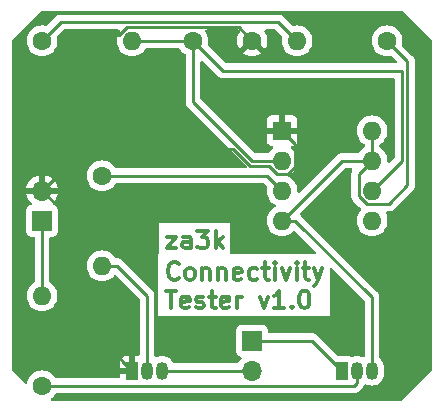
<source format=gbr>
%TF.GenerationSoftware,KiCad,Pcbnew,7.0.9*%
%TF.CreationDate,2023-11-22T20:54:51-05:00*%
%TF.ProjectId,connectivity_tester,636f6e6e-6563-4746-9976-6974795f7465,rev?*%
%TF.SameCoordinates,Original*%
%TF.FileFunction,Copper,L1,Top*%
%TF.FilePolarity,Positive*%
%FSLAX46Y46*%
G04 Gerber Fmt 4.6, Leading zero omitted, Abs format (unit mm)*
G04 Created by KiCad (PCBNEW 7.0.9) date 2023-11-22 20:54:51*
%MOMM*%
%LPD*%
G01*
G04 APERTURE LIST*
%ADD10C,0.300000*%
%TA.AperFunction,NonConductor*%
%ADD11C,0.300000*%
%TD*%
%TA.AperFunction,ComponentPad*%
%ADD12O,1.600000X1.600000*%
%TD*%
%TA.AperFunction,ComponentPad*%
%ADD13R,1.600000X1.600000*%
%TD*%
%TA.AperFunction,ComponentPad*%
%ADD14R,1.700000X1.700000*%
%TD*%
%TA.AperFunction,ComponentPad*%
%ADD15O,1.700000X1.700000*%
%TD*%
%TA.AperFunction,ComponentPad*%
%ADD16C,1.600000*%
%TD*%
%TA.AperFunction,ComponentPad*%
%ADD17R,1.050000X1.500000*%
%TD*%
%TA.AperFunction,ComponentPad*%
%ADD18O,1.050000X1.500000*%
%TD*%
%TA.AperFunction,Conductor*%
%ADD19C,0.250000*%
%TD*%
G04 APERTURE END LIST*
D10*
D11*
X28351653Y-36900828D02*
X29137368Y-36900828D01*
X29137368Y-36900828D02*
X28351653Y-37900828D01*
X28351653Y-37900828D02*
X29137368Y-37900828D01*
X30351654Y-37900828D02*
X30351654Y-37115114D01*
X30351654Y-37115114D02*
X30280225Y-36972257D01*
X30280225Y-36972257D02*
X30137368Y-36900828D01*
X30137368Y-36900828D02*
X29851654Y-36900828D01*
X29851654Y-36900828D02*
X29708796Y-36972257D01*
X30351654Y-37829400D02*
X30208796Y-37900828D01*
X30208796Y-37900828D02*
X29851654Y-37900828D01*
X29851654Y-37900828D02*
X29708796Y-37829400D01*
X29708796Y-37829400D02*
X29637368Y-37686542D01*
X29637368Y-37686542D02*
X29637368Y-37543685D01*
X29637368Y-37543685D02*
X29708796Y-37400828D01*
X29708796Y-37400828D02*
X29851654Y-37329400D01*
X29851654Y-37329400D02*
X30208796Y-37329400D01*
X30208796Y-37329400D02*
X30351654Y-37257971D01*
X30923082Y-36400828D02*
X31851654Y-36400828D01*
X31851654Y-36400828D02*
X31351654Y-36972257D01*
X31351654Y-36972257D02*
X31565939Y-36972257D01*
X31565939Y-36972257D02*
X31708797Y-37043685D01*
X31708797Y-37043685D02*
X31780225Y-37115114D01*
X31780225Y-37115114D02*
X31851654Y-37257971D01*
X31851654Y-37257971D02*
X31851654Y-37615114D01*
X31851654Y-37615114D02*
X31780225Y-37757971D01*
X31780225Y-37757971D02*
X31708797Y-37829400D01*
X31708797Y-37829400D02*
X31565939Y-37900828D01*
X31565939Y-37900828D02*
X31137368Y-37900828D01*
X31137368Y-37900828D02*
X30994511Y-37829400D01*
X30994511Y-37829400D02*
X30923082Y-37757971D01*
X32494510Y-37900828D02*
X32494510Y-36400828D01*
X32637368Y-37329400D02*
X33065939Y-37900828D01*
X33065939Y-36900828D02*
X32494510Y-37472257D01*
D10*
D11*
X29351653Y-40422971D02*
X29280225Y-40494400D01*
X29280225Y-40494400D02*
X29065939Y-40565828D01*
X29065939Y-40565828D02*
X28923082Y-40565828D01*
X28923082Y-40565828D02*
X28708796Y-40494400D01*
X28708796Y-40494400D02*
X28565939Y-40351542D01*
X28565939Y-40351542D02*
X28494510Y-40208685D01*
X28494510Y-40208685D02*
X28423082Y-39922971D01*
X28423082Y-39922971D02*
X28423082Y-39708685D01*
X28423082Y-39708685D02*
X28494510Y-39422971D01*
X28494510Y-39422971D02*
X28565939Y-39280114D01*
X28565939Y-39280114D02*
X28708796Y-39137257D01*
X28708796Y-39137257D02*
X28923082Y-39065828D01*
X28923082Y-39065828D02*
X29065939Y-39065828D01*
X29065939Y-39065828D02*
X29280225Y-39137257D01*
X29280225Y-39137257D02*
X29351653Y-39208685D01*
X30208796Y-40565828D02*
X30065939Y-40494400D01*
X30065939Y-40494400D02*
X29994510Y-40422971D01*
X29994510Y-40422971D02*
X29923082Y-40280114D01*
X29923082Y-40280114D02*
X29923082Y-39851542D01*
X29923082Y-39851542D02*
X29994510Y-39708685D01*
X29994510Y-39708685D02*
X30065939Y-39637257D01*
X30065939Y-39637257D02*
X30208796Y-39565828D01*
X30208796Y-39565828D02*
X30423082Y-39565828D01*
X30423082Y-39565828D02*
X30565939Y-39637257D01*
X30565939Y-39637257D02*
X30637368Y-39708685D01*
X30637368Y-39708685D02*
X30708796Y-39851542D01*
X30708796Y-39851542D02*
X30708796Y-40280114D01*
X30708796Y-40280114D02*
X30637368Y-40422971D01*
X30637368Y-40422971D02*
X30565939Y-40494400D01*
X30565939Y-40494400D02*
X30423082Y-40565828D01*
X30423082Y-40565828D02*
X30208796Y-40565828D01*
X31351653Y-39565828D02*
X31351653Y-40565828D01*
X31351653Y-39708685D02*
X31423082Y-39637257D01*
X31423082Y-39637257D02*
X31565939Y-39565828D01*
X31565939Y-39565828D02*
X31780225Y-39565828D01*
X31780225Y-39565828D02*
X31923082Y-39637257D01*
X31923082Y-39637257D02*
X31994511Y-39780114D01*
X31994511Y-39780114D02*
X31994511Y-40565828D01*
X32708796Y-39565828D02*
X32708796Y-40565828D01*
X32708796Y-39708685D02*
X32780225Y-39637257D01*
X32780225Y-39637257D02*
X32923082Y-39565828D01*
X32923082Y-39565828D02*
X33137368Y-39565828D01*
X33137368Y-39565828D02*
X33280225Y-39637257D01*
X33280225Y-39637257D02*
X33351654Y-39780114D01*
X33351654Y-39780114D02*
X33351654Y-40565828D01*
X34637368Y-40494400D02*
X34494511Y-40565828D01*
X34494511Y-40565828D02*
X34208797Y-40565828D01*
X34208797Y-40565828D02*
X34065939Y-40494400D01*
X34065939Y-40494400D02*
X33994511Y-40351542D01*
X33994511Y-40351542D02*
X33994511Y-39780114D01*
X33994511Y-39780114D02*
X34065939Y-39637257D01*
X34065939Y-39637257D02*
X34208797Y-39565828D01*
X34208797Y-39565828D02*
X34494511Y-39565828D01*
X34494511Y-39565828D02*
X34637368Y-39637257D01*
X34637368Y-39637257D02*
X34708797Y-39780114D01*
X34708797Y-39780114D02*
X34708797Y-39922971D01*
X34708797Y-39922971D02*
X33994511Y-40065828D01*
X35994511Y-40494400D02*
X35851653Y-40565828D01*
X35851653Y-40565828D02*
X35565939Y-40565828D01*
X35565939Y-40565828D02*
X35423082Y-40494400D01*
X35423082Y-40494400D02*
X35351653Y-40422971D01*
X35351653Y-40422971D02*
X35280225Y-40280114D01*
X35280225Y-40280114D02*
X35280225Y-39851542D01*
X35280225Y-39851542D02*
X35351653Y-39708685D01*
X35351653Y-39708685D02*
X35423082Y-39637257D01*
X35423082Y-39637257D02*
X35565939Y-39565828D01*
X35565939Y-39565828D02*
X35851653Y-39565828D01*
X35851653Y-39565828D02*
X35994511Y-39637257D01*
X36423082Y-39565828D02*
X36994510Y-39565828D01*
X36637367Y-39065828D02*
X36637367Y-40351542D01*
X36637367Y-40351542D02*
X36708796Y-40494400D01*
X36708796Y-40494400D02*
X36851653Y-40565828D01*
X36851653Y-40565828D02*
X36994510Y-40565828D01*
X37494510Y-40565828D02*
X37494510Y-39565828D01*
X37494510Y-39065828D02*
X37423082Y-39137257D01*
X37423082Y-39137257D02*
X37494510Y-39208685D01*
X37494510Y-39208685D02*
X37565939Y-39137257D01*
X37565939Y-39137257D02*
X37494510Y-39065828D01*
X37494510Y-39065828D02*
X37494510Y-39208685D01*
X38065939Y-39565828D02*
X38423082Y-40565828D01*
X38423082Y-40565828D02*
X38780225Y-39565828D01*
X39351653Y-40565828D02*
X39351653Y-39565828D01*
X39351653Y-39065828D02*
X39280225Y-39137257D01*
X39280225Y-39137257D02*
X39351653Y-39208685D01*
X39351653Y-39208685D02*
X39423082Y-39137257D01*
X39423082Y-39137257D02*
X39351653Y-39065828D01*
X39351653Y-39065828D02*
X39351653Y-39208685D01*
X39851654Y-39565828D02*
X40423082Y-39565828D01*
X40065939Y-39065828D02*
X40065939Y-40351542D01*
X40065939Y-40351542D02*
X40137368Y-40494400D01*
X40137368Y-40494400D02*
X40280225Y-40565828D01*
X40280225Y-40565828D02*
X40423082Y-40565828D01*
X40780225Y-39565828D02*
X41137368Y-40565828D01*
X41494511Y-39565828D02*
X41137368Y-40565828D01*
X41137368Y-40565828D02*
X40994511Y-40922971D01*
X40994511Y-40922971D02*
X40923082Y-40994400D01*
X40923082Y-40994400D02*
X40780225Y-41065828D01*
X28280225Y-41480828D02*
X29137368Y-41480828D01*
X28708796Y-42980828D02*
X28708796Y-41480828D01*
X30208796Y-42909400D02*
X30065939Y-42980828D01*
X30065939Y-42980828D02*
X29780225Y-42980828D01*
X29780225Y-42980828D02*
X29637367Y-42909400D01*
X29637367Y-42909400D02*
X29565939Y-42766542D01*
X29565939Y-42766542D02*
X29565939Y-42195114D01*
X29565939Y-42195114D02*
X29637367Y-42052257D01*
X29637367Y-42052257D02*
X29780225Y-41980828D01*
X29780225Y-41980828D02*
X30065939Y-41980828D01*
X30065939Y-41980828D02*
X30208796Y-42052257D01*
X30208796Y-42052257D02*
X30280225Y-42195114D01*
X30280225Y-42195114D02*
X30280225Y-42337971D01*
X30280225Y-42337971D02*
X29565939Y-42480828D01*
X30851653Y-42909400D02*
X30994510Y-42980828D01*
X30994510Y-42980828D02*
X31280224Y-42980828D01*
X31280224Y-42980828D02*
X31423081Y-42909400D01*
X31423081Y-42909400D02*
X31494510Y-42766542D01*
X31494510Y-42766542D02*
X31494510Y-42695114D01*
X31494510Y-42695114D02*
X31423081Y-42552257D01*
X31423081Y-42552257D02*
X31280224Y-42480828D01*
X31280224Y-42480828D02*
X31065939Y-42480828D01*
X31065939Y-42480828D02*
X30923081Y-42409400D01*
X30923081Y-42409400D02*
X30851653Y-42266542D01*
X30851653Y-42266542D02*
X30851653Y-42195114D01*
X30851653Y-42195114D02*
X30923081Y-42052257D01*
X30923081Y-42052257D02*
X31065939Y-41980828D01*
X31065939Y-41980828D02*
X31280224Y-41980828D01*
X31280224Y-41980828D02*
X31423081Y-42052257D01*
X31923082Y-41980828D02*
X32494510Y-41980828D01*
X32137367Y-41480828D02*
X32137367Y-42766542D01*
X32137367Y-42766542D02*
X32208796Y-42909400D01*
X32208796Y-42909400D02*
X32351653Y-42980828D01*
X32351653Y-42980828D02*
X32494510Y-42980828D01*
X33565939Y-42909400D02*
X33423082Y-42980828D01*
X33423082Y-42980828D02*
X33137368Y-42980828D01*
X33137368Y-42980828D02*
X32994510Y-42909400D01*
X32994510Y-42909400D02*
X32923082Y-42766542D01*
X32923082Y-42766542D02*
X32923082Y-42195114D01*
X32923082Y-42195114D02*
X32994510Y-42052257D01*
X32994510Y-42052257D02*
X33137368Y-41980828D01*
X33137368Y-41980828D02*
X33423082Y-41980828D01*
X33423082Y-41980828D02*
X33565939Y-42052257D01*
X33565939Y-42052257D02*
X33637368Y-42195114D01*
X33637368Y-42195114D02*
X33637368Y-42337971D01*
X33637368Y-42337971D02*
X32923082Y-42480828D01*
X34280224Y-42980828D02*
X34280224Y-41980828D01*
X34280224Y-42266542D02*
X34351653Y-42123685D01*
X34351653Y-42123685D02*
X34423082Y-42052257D01*
X34423082Y-42052257D02*
X34565939Y-41980828D01*
X34565939Y-41980828D02*
X34708796Y-41980828D01*
X36208795Y-41980828D02*
X36565938Y-42980828D01*
X36565938Y-42980828D02*
X36923081Y-41980828D01*
X38280224Y-42980828D02*
X37423081Y-42980828D01*
X37851652Y-42980828D02*
X37851652Y-41480828D01*
X37851652Y-41480828D02*
X37708795Y-41695114D01*
X37708795Y-41695114D02*
X37565938Y-41837971D01*
X37565938Y-41837971D02*
X37423081Y-41909400D01*
X38923080Y-42837971D02*
X38994509Y-42909400D01*
X38994509Y-42909400D02*
X38923080Y-42980828D01*
X38923080Y-42980828D02*
X38851652Y-42909400D01*
X38851652Y-42909400D02*
X38923080Y-42837971D01*
X38923080Y-42837971D02*
X38923080Y-42980828D01*
X39923081Y-41480828D02*
X40065938Y-41480828D01*
X40065938Y-41480828D02*
X40208795Y-41552257D01*
X40208795Y-41552257D02*
X40280224Y-41623685D01*
X40280224Y-41623685D02*
X40351652Y-41766542D01*
X40351652Y-41766542D02*
X40423081Y-42052257D01*
X40423081Y-42052257D02*
X40423081Y-42409400D01*
X40423081Y-42409400D02*
X40351652Y-42695114D01*
X40351652Y-42695114D02*
X40280224Y-42837971D01*
X40280224Y-42837971D02*
X40208795Y-42909400D01*
X40208795Y-42909400D02*
X40065938Y-42980828D01*
X40065938Y-42980828D02*
X39923081Y-42980828D01*
X39923081Y-42980828D02*
X39780224Y-42909400D01*
X39780224Y-42909400D02*
X39708795Y-42837971D01*
X39708795Y-42837971D02*
X39637366Y-42695114D01*
X39637366Y-42695114D02*
X39565938Y-42409400D01*
X39565938Y-42409400D02*
X39565938Y-42052257D01*
X39565938Y-42052257D02*
X39637366Y-41766542D01*
X39637366Y-41766542D02*
X39708795Y-41623685D01*
X39708795Y-41623685D02*
X39780224Y-41552257D01*
X39780224Y-41552257D02*
X39923081Y-41480828D01*
D12*
%TO.P,555,8,Vcc*%
%TO.N,Net-(Q1-C)*%
X45720000Y-27940000D03*
%TO.P,555,7,DISCH*%
X45720000Y-30480000D03*
%TO.P,555,6,THRES*%
%TO.N,Net-(U1-THRES)*%
X45720000Y-33020000D03*
%TO.P,555,5,CONT*%
%TO.N,unconnected-(U1-CONT-Pad5)*%
X45720000Y-35560000D03*
%TO.P,555,4,RESET*%
%TO.N,Net-(Q1-C)*%
X38100000Y-35560000D03*
%TO.P,555,3,OUT*%
%TO.N,Net-(U1-OUT)*%
X38100000Y-33020000D03*
%TO.P,555,2,TRIG*%
%TO.N,Net-(U1-THRES)*%
X38100000Y-30480000D03*
D13*
%TO.P,555,1,GND*%
%TO.N,GND*%
X38100000Y-27940000D03*
%TD*%
D14*
%TO.P,SPEAK,1,1*%
%TO.N,+9V*%
X35560000Y-45720000D03*
D15*
%TO.P,SPEAK,2,2*%
%TO.N,Net-(Q2-C)*%
X35560000Y-48260000D03*
%TD*%
D12*
%TO.P,R4,2*%
%TO.N,Net-(U1-THRES)*%
X25400000Y-20320000D03*
D16*
%TO.P,R4,1*%
%TO.N,Net-(R3-Pad2)*%
X17780000Y-20320000D03*
%TD*%
D12*
%TO.P,R3,2*%
%TO.N,Net-(R3-Pad2)*%
X39370000Y-20320000D03*
D16*
%TO.P,R3,1*%
%TO.N,Net-(Q1-C)*%
X46990000Y-20320000D03*
%TD*%
D12*
%TO.P,R2,2*%
%TO.N,Net-(Q2-B)*%
X22860000Y-39370000D03*
D16*
%TO.P,R2,1*%
%TO.N,Net-(U1-OUT)*%
X22860000Y-31750000D03*
%TD*%
%TO.P,R1,1*%
%TO.N,Net-(Q1-B)*%
X17780000Y-49530000D03*
D12*
%TO.P,R1,2*%
%TO.N,Net-(J1-Pin_1)*%
X17780000Y-41910000D03*
%TD*%
D17*
%TO.P,Q2,1,E*%
%TO.N,GND*%
X25400000Y-48260000D03*
D18*
%TO.P,Q2,2,B*%
%TO.N,Net-(Q2-B)*%
X26670000Y-48260000D03*
%TO.P,Q2,3,C*%
%TO.N,Net-(Q2-C)*%
X27940000Y-48260000D03*
%TD*%
D17*
%TO.P,Q1,1,E*%
%TO.N,+9V*%
X43180000Y-48260000D03*
D18*
%TO.P,Q1,2,B*%
%TO.N,Net-(Q1-B)*%
X44450000Y-48260000D03*
%TO.P,Q1,3,C*%
%TO.N,Net-(Q1-C)*%
X45720000Y-48260000D03*
%TD*%
D14*
%TO.P,PROBE,1,Pin_1*%
%TO.N,Net-(J1-Pin_1)*%
X17780000Y-35560000D03*
D15*
%TO.P,PROBE,2,Pin_2*%
%TO.N,GND*%
X17780000Y-33020000D03*
%TD*%
D16*
%TO.P,C1,2*%
%TO.N,GND*%
X35560000Y-20320000D03*
%TO.P,C1,1*%
%TO.N,Net-(U1-THRES)*%
X30560000Y-20320000D03*
%TD*%
D19*
%TO.N,Net-(R3-Pad2)*%
X39370000Y-20320000D02*
X37795000Y-18745000D01*
X37795000Y-18745000D02*
X19355000Y-18745000D01*
X19355000Y-18745000D02*
X17780000Y-20320000D01*
%TO.N,Net-(Q1-C)*%
X45720000Y-30480000D02*
X44595000Y-31605000D01*
X44595000Y-31605000D02*
X44595000Y-33485991D01*
X45254009Y-34145000D02*
X47135000Y-34145000D01*
X44595000Y-33485991D02*
X45254009Y-34145000D01*
X47135000Y-34145000D02*
X48710000Y-32570000D01*
X48710000Y-32570000D02*
X48710000Y-22040000D01*
X48710000Y-22040000D02*
X46990000Y-20320000D01*
X45720000Y-27940000D02*
X45720000Y-30480000D01*
X38100000Y-35560000D02*
X39231370Y-35560000D01*
X39231370Y-35560000D02*
X45720000Y-42048630D01*
X45720000Y-42048630D02*
X45720000Y-48260000D01*
%TO.N,GND*%
X17780000Y-33020000D02*
X20320000Y-30480000D01*
X34435000Y-19195000D02*
X35560000Y-20320000D01*
X20320000Y-30480000D02*
X20320000Y-22385495D01*
X22851486Y-19854009D02*
X24275000Y-19854009D01*
X20320000Y-22385495D02*
X22851486Y-19854009D01*
X24275000Y-19854009D02*
X24934009Y-19195000D01*
X24934009Y-19195000D02*
X34435000Y-19195000D01*
X17780000Y-33020000D02*
X19195000Y-34435000D01*
X19195000Y-34435000D02*
X19195000Y-42055000D01*
X19195000Y-42055000D02*
X25400000Y-48260000D01*
X17780000Y-33020000D02*
X21271802Y-29528198D01*
X21271802Y-29528198D02*
X33971802Y-29528198D01*
X33971802Y-29528198D02*
X35373604Y-30930000D01*
X37634009Y-31605000D02*
X38565991Y-31605000D01*
X39225000Y-29065000D02*
X38100000Y-27940000D01*
X35373604Y-30930000D02*
X36959009Y-30930000D01*
X36959009Y-30930000D02*
X37634009Y-31605000D01*
X38565991Y-31605000D02*
X39225000Y-30945991D01*
X39225000Y-30945991D02*
X39225000Y-29065000D01*
%TO.N,Net-(Q1-C)*%
X45720000Y-30480000D02*
X43180000Y-30480000D01*
X43180000Y-30480000D02*
X38100000Y-35560000D01*
%TO.N,Net-(U1-THRES)*%
X33100000Y-22860000D02*
X48260000Y-22860000D01*
X48260000Y-22860000D02*
X48260000Y-30480000D01*
X30560000Y-20320000D02*
X33100000Y-22860000D01*
X48260000Y-30480000D02*
X45720000Y-33020000D01*
X30560000Y-25480000D02*
X35560000Y-30480000D01*
X30560000Y-20320000D02*
X30560000Y-25480000D01*
X35560000Y-30480000D02*
X38100000Y-30480000D01*
%TO.N,Net-(Q1-B)*%
X17780000Y-49530000D02*
X44180000Y-49530000D01*
X44180000Y-49530000D02*
X44450000Y-49260000D01*
X44450000Y-49260000D02*
X44450000Y-48260000D01*
%TO.N,Net-(Q2-C)*%
X27940000Y-48260000D02*
X35560000Y-48260000D01*
%TO.N,+9V*%
X35560000Y-45720000D02*
X40640000Y-45720000D01*
X40640000Y-45720000D02*
X43180000Y-48260000D01*
%TO.N,Net-(U1-OUT)*%
X22860000Y-31750000D02*
X36830000Y-31750000D01*
X36830000Y-31750000D02*
X38100000Y-33020000D01*
%TO.N,Net-(Q2-B)*%
X22860000Y-39370000D02*
X24130000Y-39370000D01*
X24130000Y-39370000D02*
X26670000Y-41910000D01*
X26670000Y-41910000D02*
X26670000Y-48260000D01*
%TO.N,Net-(J1-Pin_1)*%
X17780000Y-35560000D02*
X17780000Y-41910000D01*
%TO.N,Net-(U1-THRES)*%
X25400000Y-20320000D02*
X30560000Y-20320000D01*
%TD*%
%TA.AperFunction,Conductor*%
%TO.N,GND*%
G36*
X48275677Y-17799685D02*
G01*
X48296319Y-17816319D01*
X50763681Y-20283681D01*
X50797166Y-20345004D01*
X50800000Y-20371362D01*
X50800000Y-48208638D01*
X50780315Y-48275677D01*
X50763681Y-48296319D01*
X48296319Y-50763681D01*
X48234996Y-50797166D01*
X48208638Y-50800000D01*
X18626883Y-50800000D01*
X18559844Y-50780315D01*
X18514089Y-50727511D01*
X18504145Y-50658353D01*
X18533170Y-50594797D01*
X18555760Y-50574425D01*
X18619139Y-50530047D01*
X18780047Y-50369139D01*
X18892613Y-50208377D01*
X18947189Y-50164752D01*
X18994188Y-50155500D01*
X44097257Y-50155500D01*
X44112877Y-50157224D01*
X44112904Y-50156939D01*
X44120660Y-50157671D01*
X44120667Y-50157673D01*
X44189814Y-50155500D01*
X44219350Y-50155500D01*
X44226228Y-50154630D01*
X44232041Y-50154172D01*
X44278627Y-50152709D01*
X44297869Y-50147117D01*
X44316912Y-50143174D01*
X44336792Y-50140664D01*
X44380122Y-50123507D01*
X44385646Y-50121617D01*
X44389396Y-50120527D01*
X44430390Y-50108618D01*
X44447629Y-50098422D01*
X44465103Y-50089862D01*
X44483727Y-50082488D01*
X44483727Y-50082487D01*
X44483732Y-50082486D01*
X44521449Y-50055082D01*
X44526305Y-50051892D01*
X44566420Y-50028170D01*
X44580589Y-50013999D01*
X44595379Y-50001368D01*
X44611587Y-49989594D01*
X44641299Y-49953676D01*
X44645212Y-49949376D01*
X44833786Y-49760802D01*
X44846048Y-49750980D01*
X44845865Y-49750759D01*
X44851867Y-49745792D01*
X44851877Y-49745786D01*
X44899241Y-49695348D01*
X44920120Y-49674470D01*
X44924373Y-49668986D01*
X44928150Y-49664563D01*
X44960062Y-49630582D01*
X44969714Y-49613023D01*
X44980389Y-49596772D01*
X44992674Y-49580936D01*
X45011186Y-49538152D01*
X45013742Y-49532935D01*
X45036197Y-49492092D01*
X45041180Y-49472680D01*
X45047480Y-49454284D01*
X45052321Y-49443096D01*
X45097014Y-49389391D01*
X45163648Y-49368374D01*
X45224571Y-49382990D01*
X45325659Y-49437023D01*
X45518967Y-49495662D01*
X45720000Y-49515462D01*
X45921033Y-49495662D01*
X46114341Y-49437023D01*
X46116452Y-49435895D01*
X46207961Y-49386982D01*
X46292494Y-49341798D01*
X46448647Y-49213647D01*
X46576798Y-49057494D01*
X46672023Y-48879341D01*
X46730662Y-48686033D01*
X46745500Y-48535380D01*
X46745500Y-47984620D01*
X46730662Y-47833967D01*
X46672023Y-47640659D01*
X46672021Y-47640656D01*
X46672021Y-47640654D01*
X46576801Y-47462511D01*
X46576799Y-47462509D01*
X46576798Y-47462506D01*
X46516145Y-47388600D01*
X46448647Y-47306352D01*
X46390835Y-47258907D01*
X46351501Y-47201161D01*
X46345500Y-47163054D01*
X46345500Y-42131372D01*
X46347224Y-42115752D01*
X46346939Y-42115725D01*
X46347673Y-42107963D01*
X46345500Y-42038802D01*
X46345500Y-42009286D01*
X46345500Y-42009280D01*
X46344631Y-42002409D01*
X46344173Y-41996582D01*
X46343622Y-41979048D01*
X46342710Y-41950003D01*
X46337119Y-41930760D01*
X46333173Y-41911708D01*
X46330664Y-41891838D01*
X46313504Y-41848497D01*
X46311624Y-41843009D01*
X46298618Y-41798240D01*
X46288422Y-41781000D01*
X46279861Y-41763524D01*
X46272487Y-41744900D01*
X46272486Y-41744898D01*
X46245079Y-41707175D01*
X46241888Y-41702316D01*
X46218172Y-41662213D01*
X46218165Y-41662204D01*
X46204006Y-41648045D01*
X46191368Y-41633249D01*
X46185297Y-41624893D01*
X46179594Y-41617043D01*
X46166570Y-41606269D01*
X46143688Y-41587339D01*
X46139376Y-41583416D01*
X39732173Y-35176212D01*
X39722350Y-35163950D01*
X39722129Y-35164134D01*
X39717156Y-35158123D01*
X39666734Y-35110773D01*
X39656287Y-35100326D01*
X39645841Y-35089879D01*
X39643307Y-35087645D01*
X39606041Y-35028544D01*
X39606644Y-34958677D01*
X39637632Y-34906957D01*
X43402772Y-31141819D01*
X43464095Y-31108334D01*
X43490453Y-31105500D01*
X43940826Y-31105500D01*
X44007865Y-31125185D01*
X44053620Y-31177989D01*
X44063564Y-31247147D01*
X44054626Y-31278749D01*
X44033815Y-31326838D01*
X44031245Y-31332084D01*
X44008803Y-31372906D01*
X44003822Y-31392307D01*
X43997521Y-31410710D01*
X43989562Y-31429102D01*
X43989561Y-31429105D01*
X43982271Y-31475127D01*
X43981087Y-31480846D01*
X43969501Y-31525972D01*
X43969500Y-31525982D01*
X43969500Y-31546016D01*
X43967973Y-31565415D01*
X43964840Y-31585194D01*
X43964840Y-31585195D01*
X43969225Y-31631583D01*
X43969500Y-31637421D01*
X43969500Y-33403246D01*
X43967775Y-33418863D01*
X43968061Y-33418890D01*
X43967326Y-33426656D01*
X43969500Y-33495805D01*
X43969500Y-33525334D01*
X43969501Y-33525351D01*
X43970368Y-33532222D01*
X43970826Y-33538041D01*
X43972290Y-33584615D01*
X43972291Y-33584618D01*
X43977880Y-33603858D01*
X43981824Y-33622902D01*
X43984336Y-33642783D01*
X43996194Y-33672734D01*
X44001490Y-33686110D01*
X44003382Y-33691638D01*
X44016381Y-33736379D01*
X44026580Y-33753625D01*
X44035138Y-33771094D01*
X44042514Y-33789723D01*
X44069898Y-33827414D01*
X44073106Y-33832298D01*
X44096827Y-33872407D01*
X44096833Y-33872415D01*
X44110990Y-33886571D01*
X44123628Y-33901367D01*
X44135405Y-33917577D01*
X44135406Y-33917578D01*
X44171309Y-33947279D01*
X44175620Y-33951201D01*
X44626800Y-34402382D01*
X44744934Y-34520516D01*
X44778419Y-34581839D01*
X44773435Y-34651531D01*
X44744936Y-34695877D01*
X44719952Y-34720861D01*
X44589432Y-34907265D01*
X44589431Y-34907267D01*
X44493261Y-35113502D01*
X44493258Y-35113511D01*
X44434366Y-35333302D01*
X44434364Y-35333313D01*
X44414532Y-35559998D01*
X44414532Y-35560001D01*
X44434364Y-35786686D01*
X44434366Y-35786697D01*
X44493258Y-36006488D01*
X44493261Y-36006497D01*
X44589431Y-36212732D01*
X44589432Y-36212734D01*
X44719954Y-36399141D01*
X44880858Y-36560045D01*
X44880861Y-36560047D01*
X45067266Y-36690568D01*
X45273504Y-36786739D01*
X45493308Y-36845635D01*
X45655230Y-36859801D01*
X45719998Y-36865468D01*
X45720000Y-36865468D01*
X45720002Y-36865468D01*
X45776673Y-36860509D01*
X45946692Y-36845635D01*
X46166496Y-36786739D01*
X46372734Y-36690568D01*
X46559139Y-36560047D01*
X46720047Y-36399139D01*
X46850568Y-36212734D01*
X46946739Y-36006496D01*
X47005635Y-35786692D01*
X47025468Y-35560000D01*
X47005635Y-35333308D01*
X46946739Y-35113504D01*
X46869051Y-34946904D01*
X46858560Y-34877827D01*
X46887080Y-34814043D01*
X46945556Y-34775804D01*
X46981434Y-34770500D01*
X47052257Y-34770500D01*
X47067877Y-34772224D01*
X47067904Y-34771939D01*
X47075660Y-34772671D01*
X47075667Y-34772673D01*
X47144814Y-34770500D01*
X47174350Y-34770500D01*
X47181228Y-34769630D01*
X47187041Y-34769172D01*
X47233627Y-34767709D01*
X47252869Y-34762117D01*
X47271912Y-34758174D01*
X47291792Y-34755664D01*
X47335122Y-34738507D01*
X47340646Y-34736617D01*
X47344396Y-34735527D01*
X47385390Y-34723618D01*
X47402629Y-34713422D01*
X47420103Y-34704862D01*
X47438727Y-34697488D01*
X47438727Y-34697487D01*
X47438732Y-34697486D01*
X47476449Y-34670082D01*
X47481305Y-34666892D01*
X47521420Y-34643170D01*
X47535589Y-34628999D01*
X47550379Y-34616368D01*
X47566587Y-34604594D01*
X47596299Y-34568676D01*
X47600212Y-34564376D01*
X49093787Y-33070801D01*
X49106042Y-33060986D01*
X49105859Y-33060764D01*
X49111866Y-33055792D01*
X49111877Y-33055786D01*
X49145484Y-33019998D01*
X49159227Y-33005364D01*
X49169671Y-32994918D01*
X49180120Y-32984471D01*
X49184379Y-32978978D01*
X49188152Y-32974561D01*
X49220062Y-32940582D01*
X49229713Y-32923024D01*
X49240396Y-32906761D01*
X49252673Y-32890936D01*
X49271185Y-32848153D01*
X49273738Y-32842941D01*
X49296197Y-32802092D01*
X49301180Y-32782680D01*
X49307481Y-32764280D01*
X49315437Y-32745896D01*
X49322729Y-32699852D01*
X49323906Y-32694171D01*
X49335500Y-32649019D01*
X49335500Y-32628983D01*
X49337027Y-32609582D01*
X49339329Y-32595048D01*
X49340160Y-32589804D01*
X49335775Y-32543415D01*
X49335500Y-32537577D01*
X49335500Y-22122737D01*
X49337224Y-22107123D01*
X49336938Y-22107096D01*
X49337672Y-22099333D01*
X49335500Y-22030203D01*
X49335500Y-22000651D01*
X49335500Y-22000650D01*
X49334629Y-21993759D01*
X49334172Y-21987945D01*
X49332709Y-21941373D01*
X49327121Y-21922139D01*
X49323174Y-21903081D01*
X49320664Y-21883208D01*
X49303507Y-21839875D01*
X49301614Y-21834346D01*
X49288618Y-21789614D01*
X49288617Y-21789610D01*
X49278420Y-21772368D01*
X49269863Y-21754902D01*
X49262486Y-21736268D01*
X49235083Y-21698550D01*
X49231900Y-21693705D01*
X49208170Y-21653579D01*
X49208165Y-21653573D01*
X49194005Y-21639413D01*
X49181370Y-21624620D01*
X49169593Y-21608412D01*
X49133693Y-21578713D01*
X49129381Y-21574790D01*
X48289413Y-20734822D01*
X48255928Y-20673499D01*
X48257319Y-20615048D01*
X48275635Y-20546692D01*
X48295468Y-20320000D01*
X48294096Y-20304323D01*
X48275635Y-20093313D01*
X48275635Y-20093308D01*
X48216739Y-19873504D01*
X48120568Y-19667266D01*
X48022839Y-19527693D01*
X47990045Y-19480858D01*
X47829141Y-19319954D01*
X47642734Y-19189432D01*
X47642732Y-19189431D01*
X47436497Y-19093261D01*
X47436488Y-19093258D01*
X47216697Y-19034366D01*
X47216693Y-19034365D01*
X47216692Y-19034365D01*
X47216691Y-19034364D01*
X47216686Y-19034364D01*
X46990002Y-19014532D01*
X46989998Y-19014532D01*
X46763313Y-19034364D01*
X46763302Y-19034366D01*
X46543511Y-19093258D01*
X46543502Y-19093261D01*
X46337267Y-19189431D01*
X46337265Y-19189432D01*
X46150858Y-19319954D01*
X45989954Y-19480858D01*
X45859432Y-19667265D01*
X45859431Y-19667267D01*
X45763261Y-19873502D01*
X45763258Y-19873511D01*
X45704366Y-20093302D01*
X45704364Y-20093313D01*
X45684532Y-20319998D01*
X45684532Y-20320001D01*
X45704364Y-20546686D01*
X45704366Y-20546697D01*
X45763258Y-20766488D01*
X45763261Y-20766497D01*
X45859431Y-20972732D01*
X45859432Y-20972734D01*
X45989954Y-21159141D01*
X46150858Y-21320045D01*
X46150861Y-21320047D01*
X46337266Y-21450568D01*
X46543504Y-21546739D01*
X46763308Y-21605635D01*
X46920791Y-21619413D01*
X46989998Y-21625468D01*
X46990000Y-21625468D01*
X46990002Y-21625468D01*
X47046673Y-21620509D01*
X47216692Y-21605635D01*
X47285048Y-21587319D01*
X47354897Y-21588982D01*
X47404822Y-21619413D01*
X47808228Y-22022819D01*
X47841713Y-22084142D01*
X47836729Y-22153834D01*
X47794857Y-22209767D01*
X47729393Y-22234184D01*
X47720547Y-22234500D01*
X33410453Y-22234500D01*
X33343414Y-22214815D01*
X33322772Y-22198181D01*
X31859413Y-20734822D01*
X31825928Y-20673499D01*
X31827319Y-20615048D01*
X31845635Y-20546692D01*
X31865468Y-20320000D01*
X31864096Y-20304323D01*
X31845635Y-20093313D01*
X31845635Y-20093308D01*
X31786739Y-19873504D01*
X31690568Y-19667266D01*
X31619396Y-19565621D01*
X31597070Y-19499417D01*
X31614080Y-19431650D01*
X31665028Y-19383837D01*
X31720972Y-19370500D01*
X34399638Y-19370500D01*
X34466677Y-19390185D01*
X34512432Y-19442989D01*
X34522376Y-19512147D01*
X34501213Y-19565624D01*
X34429866Y-19667517D01*
X34333734Y-19873673D01*
X34333730Y-19873682D01*
X34274860Y-20093389D01*
X34274858Y-20093400D01*
X34255034Y-20319997D01*
X34255034Y-20320002D01*
X34274858Y-20546599D01*
X34274860Y-20546610D01*
X34333730Y-20766317D01*
X34333734Y-20766326D01*
X34429865Y-20972481D01*
X34429866Y-20972483D01*
X34480973Y-21045471D01*
X34480973Y-21045472D01*
X35162045Y-20364399D01*
X35174835Y-20445148D01*
X35232359Y-20558045D01*
X35321955Y-20647641D01*
X35434852Y-20705165D01*
X35515599Y-20717953D01*
X34834526Y-21399025D01*
X34834526Y-21399026D01*
X34907512Y-21450131D01*
X34907516Y-21450133D01*
X35113673Y-21546265D01*
X35113682Y-21546269D01*
X35333389Y-21605139D01*
X35333400Y-21605141D01*
X35559998Y-21624966D01*
X35560002Y-21624966D01*
X35786599Y-21605141D01*
X35786610Y-21605139D01*
X36006317Y-21546269D01*
X36006331Y-21546264D01*
X36212478Y-21450136D01*
X36285472Y-21399025D01*
X35604401Y-20717953D01*
X35685148Y-20705165D01*
X35798045Y-20647641D01*
X35887641Y-20558045D01*
X35945165Y-20445148D01*
X35957953Y-20364400D01*
X36639025Y-21045472D01*
X36690136Y-20972478D01*
X36786264Y-20766331D01*
X36786269Y-20766317D01*
X36845139Y-20546610D01*
X36845141Y-20546599D01*
X36864966Y-20320002D01*
X36864966Y-20319997D01*
X36845141Y-20093400D01*
X36845139Y-20093389D01*
X36786269Y-19873682D01*
X36786265Y-19873673D01*
X36690133Y-19667517D01*
X36618787Y-19565624D01*
X36596460Y-19499418D01*
X36613470Y-19431650D01*
X36664418Y-19383837D01*
X36720362Y-19370500D01*
X37484548Y-19370500D01*
X37551587Y-19390185D01*
X37572229Y-19406819D01*
X38070586Y-19905177D01*
X38104071Y-19966500D01*
X38102680Y-20024949D01*
X38084367Y-20093296D01*
X38084364Y-20093313D01*
X38064532Y-20319999D01*
X38064532Y-20320001D01*
X38084364Y-20546686D01*
X38084366Y-20546697D01*
X38143258Y-20766488D01*
X38143261Y-20766497D01*
X38239431Y-20972732D01*
X38239432Y-20972734D01*
X38369954Y-21159141D01*
X38530858Y-21320045D01*
X38530861Y-21320047D01*
X38717266Y-21450568D01*
X38923504Y-21546739D01*
X39143308Y-21605635D01*
X39300791Y-21619413D01*
X39369998Y-21625468D01*
X39370000Y-21625468D01*
X39370002Y-21625468D01*
X39426673Y-21620509D01*
X39596692Y-21605635D01*
X39816496Y-21546739D01*
X40022734Y-21450568D01*
X40209139Y-21320047D01*
X40370047Y-21159139D01*
X40500568Y-20972734D01*
X40596739Y-20766496D01*
X40655635Y-20546692D01*
X40675468Y-20320000D01*
X40674096Y-20304323D01*
X40655635Y-20093313D01*
X40655635Y-20093308D01*
X40596739Y-19873504D01*
X40500568Y-19667266D01*
X40402839Y-19527693D01*
X40370045Y-19480858D01*
X40209141Y-19319954D01*
X40022734Y-19189432D01*
X40022732Y-19189431D01*
X39816497Y-19093261D01*
X39816488Y-19093258D01*
X39596697Y-19034366D01*
X39596693Y-19034365D01*
X39596692Y-19034365D01*
X39596691Y-19034364D01*
X39596686Y-19034364D01*
X39370002Y-19014532D01*
X39369999Y-19014532D01*
X39143313Y-19034364D01*
X39143296Y-19034367D01*
X39074949Y-19052680D01*
X39005099Y-19051016D01*
X38955177Y-19020586D01*
X38295803Y-18361212D01*
X38285980Y-18348950D01*
X38285759Y-18349134D01*
X38280786Y-18343123D01*
X38262159Y-18325631D01*
X38230364Y-18295773D01*
X38219919Y-18285328D01*
X38209475Y-18274883D01*
X38203986Y-18270625D01*
X38199561Y-18266847D01*
X38165582Y-18234938D01*
X38165580Y-18234936D01*
X38165577Y-18234935D01*
X38148029Y-18225288D01*
X38131763Y-18214604D01*
X38115933Y-18202325D01*
X38073168Y-18183818D01*
X38067922Y-18181248D01*
X38027093Y-18158803D01*
X38027092Y-18158802D01*
X38007693Y-18153822D01*
X37989281Y-18147518D01*
X37970898Y-18139562D01*
X37970892Y-18139560D01*
X37924874Y-18132272D01*
X37919152Y-18131087D01*
X37874021Y-18119500D01*
X37874019Y-18119500D01*
X37853984Y-18119500D01*
X37834586Y-18117973D01*
X37827162Y-18116797D01*
X37814805Y-18114840D01*
X37814804Y-18114840D01*
X37768416Y-18119225D01*
X37762578Y-18119500D01*
X19437737Y-18119500D01*
X19422120Y-18117776D01*
X19422093Y-18118062D01*
X19414331Y-18117327D01*
X19345203Y-18119500D01*
X19315650Y-18119500D01*
X19314929Y-18119590D01*
X19308757Y-18120369D01*
X19302945Y-18120826D01*
X19256372Y-18122290D01*
X19256369Y-18122291D01*
X19237126Y-18127881D01*
X19218083Y-18131825D01*
X19198204Y-18134336D01*
X19198203Y-18134337D01*
X19154878Y-18151490D01*
X19149352Y-18153382D01*
X19104608Y-18166383D01*
X19104604Y-18166385D01*
X19087365Y-18176580D01*
X19069898Y-18185137D01*
X19051269Y-18192512D01*
X19051267Y-18192513D01*
X19013564Y-18219906D01*
X19008682Y-18223112D01*
X18968580Y-18246828D01*
X18954408Y-18261000D01*
X18939623Y-18273628D01*
X18923412Y-18285407D01*
X18893709Y-18321310D01*
X18889777Y-18325631D01*
X18194821Y-19020586D01*
X18133498Y-19054071D01*
X18075048Y-19052680D01*
X18006697Y-19034366D01*
X18006693Y-19034365D01*
X18006692Y-19034365D01*
X17893346Y-19024448D01*
X17780001Y-19014532D01*
X17779998Y-19014532D01*
X17553313Y-19034364D01*
X17553302Y-19034366D01*
X17333511Y-19093258D01*
X17333502Y-19093261D01*
X17127267Y-19189431D01*
X17127265Y-19189432D01*
X16940858Y-19319954D01*
X16779954Y-19480858D01*
X16649432Y-19667265D01*
X16649431Y-19667267D01*
X16553261Y-19873502D01*
X16553258Y-19873511D01*
X16494366Y-20093302D01*
X16494364Y-20093313D01*
X16474532Y-20319998D01*
X16474532Y-20320001D01*
X16494364Y-20546686D01*
X16494366Y-20546697D01*
X16553258Y-20766488D01*
X16553261Y-20766497D01*
X16649431Y-20972732D01*
X16649432Y-20972734D01*
X16779954Y-21159141D01*
X16940858Y-21320045D01*
X16940861Y-21320047D01*
X17127266Y-21450568D01*
X17333504Y-21546739D01*
X17553308Y-21605635D01*
X17710791Y-21619413D01*
X17779998Y-21625468D01*
X17780000Y-21625468D01*
X17780002Y-21625468D01*
X17836673Y-21620509D01*
X18006692Y-21605635D01*
X18226496Y-21546739D01*
X18432734Y-21450568D01*
X18619139Y-21320047D01*
X18780047Y-21159139D01*
X18910568Y-20972734D01*
X19006739Y-20766496D01*
X19065635Y-20546692D01*
X19085468Y-20320000D01*
X19084096Y-20304323D01*
X19065635Y-20093313D01*
X19065635Y-20093308D01*
X19047318Y-20024948D01*
X19048981Y-19955103D01*
X19079410Y-19905179D01*
X19577772Y-19406819D01*
X19639095Y-19373334D01*
X19665453Y-19370500D01*
X24239028Y-19370500D01*
X24306067Y-19390185D01*
X24351822Y-19442989D01*
X24361766Y-19512147D01*
X24340603Y-19565623D01*
X24269432Y-19667265D01*
X24269431Y-19667267D01*
X24173261Y-19873502D01*
X24173258Y-19873511D01*
X24114366Y-20093302D01*
X24114364Y-20093313D01*
X24094532Y-20319998D01*
X24094532Y-20320001D01*
X24114364Y-20546686D01*
X24114366Y-20546697D01*
X24173258Y-20766488D01*
X24173261Y-20766497D01*
X24269431Y-20972732D01*
X24269432Y-20972734D01*
X24399954Y-21159141D01*
X24560858Y-21320045D01*
X24560861Y-21320047D01*
X24747266Y-21450568D01*
X24953504Y-21546739D01*
X25173308Y-21605635D01*
X25330791Y-21619413D01*
X25399998Y-21625468D01*
X25400000Y-21625468D01*
X25400002Y-21625468D01*
X25456673Y-21620509D01*
X25626692Y-21605635D01*
X25846496Y-21546739D01*
X26052734Y-21450568D01*
X26239139Y-21320047D01*
X26400047Y-21159139D01*
X26512613Y-20998377D01*
X26567189Y-20954752D01*
X26614188Y-20945500D01*
X29345812Y-20945500D01*
X29412851Y-20965185D01*
X29447387Y-20998377D01*
X29559954Y-21159141D01*
X29720858Y-21320045D01*
X29881623Y-21432613D01*
X29925248Y-21487189D01*
X29934500Y-21534188D01*
X29934500Y-25397255D01*
X29932775Y-25412872D01*
X29933061Y-25412899D01*
X29932326Y-25420665D01*
X29934500Y-25489814D01*
X29934500Y-25519343D01*
X29934501Y-25519360D01*
X29935368Y-25526231D01*
X29935826Y-25532050D01*
X29937290Y-25578624D01*
X29937291Y-25578627D01*
X29942880Y-25597867D01*
X29946824Y-25616911D01*
X29949336Y-25636791D01*
X29966490Y-25680119D01*
X29968382Y-25685647D01*
X29981381Y-25730388D01*
X29991580Y-25747634D01*
X30000138Y-25765103D01*
X30007514Y-25783732D01*
X30034898Y-25821423D01*
X30038106Y-25826307D01*
X30061827Y-25866416D01*
X30061833Y-25866424D01*
X30075990Y-25880580D01*
X30088628Y-25895376D01*
X30100405Y-25911586D01*
X30100406Y-25911587D01*
X30136309Y-25941288D01*
X30140620Y-25945210D01*
X33836267Y-29640858D01*
X35059197Y-30863788D01*
X35069022Y-30876051D01*
X35069243Y-30875869D01*
X35074210Y-30881874D01*
X35104276Y-30910107D01*
X35139671Y-30970348D01*
X35136879Y-31040162D01*
X35096786Y-31097383D01*
X35032121Y-31123845D01*
X35019393Y-31124500D01*
X24074188Y-31124500D01*
X24007149Y-31104815D01*
X23972613Y-31071623D01*
X23860045Y-30910858D01*
X23699141Y-30749954D01*
X23512734Y-30619432D01*
X23512732Y-30619431D01*
X23306497Y-30523261D01*
X23306488Y-30523258D01*
X23086697Y-30464366D01*
X23086693Y-30464365D01*
X23086692Y-30464365D01*
X23086691Y-30464364D01*
X23086686Y-30464364D01*
X22860002Y-30444532D01*
X22859998Y-30444532D01*
X22633313Y-30464364D01*
X22633302Y-30464366D01*
X22413511Y-30523258D01*
X22413502Y-30523261D01*
X22207267Y-30619431D01*
X22207265Y-30619432D01*
X22020858Y-30749954D01*
X21859954Y-30910858D01*
X21729432Y-31097265D01*
X21729431Y-31097267D01*
X21633261Y-31303502D01*
X21633258Y-31303511D01*
X21574366Y-31523302D01*
X21574364Y-31523313D01*
X21554532Y-31749998D01*
X21554532Y-31750001D01*
X21574364Y-31976686D01*
X21574366Y-31976697D01*
X21633258Y-32196488D01*
X21633261Y-32196497D01*
X21729431Y-32402732D01*
X21729432Y-32402734D01*
X21859954Y-32589141D01*
X22020858Y-32750045D01*
X22020861Y-32750047D01*
X22207266Y-32880568D01*
X22413504Y-32976739D01*
X22633308Y-33035635D01*
X22795230Y-33049801D01*
X22859998Y-33055468D01*
X22860000Y-33055468D01*
X22860002Y-33055468D01*
X22916673Y-33050509D01*
X23086692Y-33035635D01*
X23306496Y-32976739D01*
X23512734Y-32880568D01*
X23699139Y-32750047D01*
X23860047Y-32589139D01*
X23972613Y-32428377D01*
X24027189Y-32384752D01*
X24074188Y-32375500D01*
X36519548Y-32375500D01*
X36586587Y-32395185D01*
X36607229Y-32411819D01*
X36800586Y-32605177D01*
X36834071Y-32666500D01*
X36832680Y-32724949D01*
X36814367Y-32793296D01*
X36814364Y-32793313D01*
X36794532Y-33019999D01*
X36794532Y-33020001D01*
X36814364Y-33246686D01*
X36814366Y-33246697D01*
X36873258Y-33466488D01*
X36873261Y-33466497D01*
X36969431Y-33672732D01*
X36969432Y-33672734D01*
X37099954Y-33859141D01*
X37260858Y-34020045D01*
X37260861Y-34020047D01*
X37447266Y-34150568D01*
X37505275Y-34177618D01*
X37557714Y-34223791D01*
X37576866Y-34290984D01*
X37556650Y-34357865D01*
X37505275Y-34402382D01*
X37447267Y-34429431D01*
X37447265Y-34429432D01*
X37260858Y-34559954D01*
X37099954Y-34720858D01*
X36969432Y-34907265D01*
X36969431Y-34907267D01*
X36873261Y-35113502D01*
X36873258Y-35113511D01*
X36814366Y-35333302D01*
X36814364Y-35333313D01*
X36794532Y-35559998D01*
X36794532Y-35560001D01*
X36814364Y-35786686D01*
X36814366Y-35786697D01*
X36873258Y-36006488D01*
X36873261Y-36006497D01*
X36969431Y-36212732D01*
X36969432Y-36212734D01*
X37099954Y-36399141D01*
X37260858Y-36560045D01*
X37260861Y-36560047D01*
X37447266Y-36690568D01*
X37653504Y-36786739D01*
X37873308Y-36845635D01*
X38035230Y-36859801D01*
X38099998Y-36865468D01*
X38100000Y-36865468D01*
X38100002Y-36865468D01*
X38156673Y-36860509D01*
X38326692Y-36845635D01*
X38546496Y-36786739D01*
X38752734Y-36690568D01*
X38939139Y-36560047D01*
X39055303Y-36443882D01*
X39116624Y-36410399D01*
X39186316Y-36415383D01*
X39230664Y-36443884D01*
X40985136Y-38198356D01*
X41018621Y-38259679D01*
X41013637Y-38329371D01*
X40971765Y-38385304D01*
X40906301Y-38409721D01*
X40897455Y-38410037D01*
X33844615Y-38410037D01*
X33777576Y-38390352D01*
X33731821Y-38337548D01*
X33720615Y-38286037D01*
X33720615Y-35745037D01*
X27695862Y-35745037D01*
X27695862Y-38287247D01*
X27676177Y-38354286D01*
X27659543Y-38374928D01*
X27624434Y-38410037D01*
X27624434Y-43636619D01*
X42147777Y-43636619D01*
X42147777Y-39660359D01*
X42167462Y-39593320D01*
X42220266Y-39547565D01*
X42289424Y-39537621D01*
X42352980Y-39566646D01*
X42359458Y-39572678D01*
X45058181Y-42271401D01*
X45091666Y-42332724D01*
X45094500Y-42359082D01*
X45094500Y-47009807D01*
X45074815Y-47076846D01*
X45022011Y-47122601D01*
X44952853Y-47132545D01*
X44912048Y-47119166D01*
X44844344Y-47082978D01*
X44833620Y-47079725D01*
X44800009Y-47069529D01*
X44651031Y-47024337D01*
X44450000Y-47004538D01*
X44248968Y-47024337D01*
X44099991Y-47069529D01*
X44055659Y-47082977D01*
X44055658Y-47082977D01*
X44054575Y-47083306D01*
X43984708Y-47083929D01*
X43955618Y-47069529D01*
X43955114Y-47070454D01*
X43947328Y-47066202D01*
X43812482Y-47015908D01*
X43812483Y-47015908D01*
X43752883Y-47009501D01*
X43752881Y-47009500D01*
X43752873Y-47009500D01*
X43752865Y-47009500D01*
X42865453Y-47009500D01*
X42798414Y-46989815D01*
X42777772Y-46973181D01*
X41140803Y-45336212D01*
X41130980Y-45323950D01*
X41130759Y-45324134D01*
X41125786Y-45318123D01*
X41075364Y-45270773D01*
X41064919Y-45260328D01*
X41054475Y-45249883D01*
X41048986Y-45245625D01*
X41044561Y-45241847D01*
X41010582Y-45209938D01*
X41010580Y-45209936D01*
X41010577Y-45209935D01*
X40993029Y-45200288D01*
X40976763Y-45189604D01*
X40960933Y-45177325D01*
X40918168Y-45158818D01*
X40912922Y-45156248D01*
X40872093Y-45133803D01*
X40872092Y-45133802D01*
X40852693Y-45128822D01*
X40834281Y-45122518D01*
X40815898Y-45114562D01*
X40815892Y-45114560D01*
X40769874Y-45107272D01*
X40764152Y-45106087D01*
X40719021Y-45094500D01*
X40719019Y-45094500D01*
X40698984Y-45094500D01*
X40679586Y-45092973D01*
X40672162Y-45091797D01*
X40659805Y-45089840D01*
X40659804Y-45089840D01*
X40613416Y-45094225D01*
X40607578Y-45094500D01*
X37034499Y-45094500D01*
X36967460Y-45074815D01*
X36921705Y-45022011D01*
X36910499Y-44970500D01*
X36910499Y-44822129D01*
X36910498Y-44822123D01*
X36910497Y-44822116D01*
X36904091Y-44762517D01*
X36853796Y-44627669D01*
X36853795Y-44627668D01*
X36853793Y-44627664D01*
X36767547Y-44512455D01*
X36767544Y-44512452D01*
X36652335Y-44426206D01*
X36652328Y-44426202D01*
X36517482Y-44375908D01*
X36517483Y-44375908D01*
X36457883Y-44369501D01*
X36457881Y-44369500D01*
X36457873Y-44369500D01*
X36457864Y-44369500D01*
X34662129Y-44369500D01*
X34662123Y-44369501D01*
X34602516Y-44375908D01*
X34467671Y-44426202D01*
X34467664Y-44426206D01*
X34352455Y-44512452D01*
X34352452Y-44512455D01*
X34266206Y-44627664D01*
X34266202Y-44627671D01*
X34215908Y-44762517D01*
X34209501Y-44822116D01*
X34209501Y-44822123D01*
X34209500Y-44822135D01*
X34209500Y-46617870D01*
X34209501Y-46617876D01*
X34215908Y-46677483D01*
X34266202Y-46812328D01*
X34266206Y-46812335D01*
X34352452Y-46927544D01*
X34352455Y-46927547D01*
X34467664Y-47013793D01*
X34467671Y-47013797D01*
X34599081Y-47062810D01*
X34655015Y-47104681D01*
X34679432Y-47170145D01*
X34664580Y-47238418D01*
X34643430Y-47266673D01*
X34521503Y-47388600D01*
X34386348Y-47581623D01*
X34331771Y-47625248D01*
X34284773Y-47634500D01*
X28963054Y-47634500D01*
X28896015Y-47614815D01*
X28853696Y-47568953D01*
X28796801Y-47462511D01*
X28796799Y-47462509D01*
X28796798Y-47462506D01*
X28736145Y-47388600D01*
X28668647Y-47306352D01*
X28512495Y-47178203D01*
X28512488Y-47178198D01*
X28334345Y-47082978D01*
X28141031Y-47024337D01*
X27940000Y-47004538D01*
X27738968Y-47024337D01*
X27545655Y-47082978D01*
X27477952Y-47119166D01*
X27409549Y-47133407D01*
X27344306Y-47108406D01*
X27302936Y-47052101D01*
X27295500Y-47009807D01*
X27295500Y-41992737D01*
X27297224Y-41977123D01*
X27296938Y-41977096D01*
X27297672Y-41969333D01*
X27295500Y-41900202D01*
X27295500Y-41870651D01*
X27295500Y-41870650D01*
X27294629Y-41863759D01*
X27294172Y-41857945D01*
X27293790Y-41845795D01*
X27292709Y-41811372D01*
X27287120Y-41792137D01*
X27283174Y-41773084D01*
X27280664Y-41753208D01*
X27263501Y-41709859D01*
X27261614Y-41704346D01*
X27261024Y-41702316D01*
X27248617Y-41659610D01*
X27248616Y-41659608D01*
X27238421Y-41642369D01*
X27229860Y-41624893D01*
X27222486Y-41606269D01*
X27222486Y-41606267D01*
X27208733Y-41587339D01*
X27195083Y-41568550D01*
X27191900Y-41563705D01*
X27168170Y-41523579D01*
X27168165Y-41523573D01*
X27154005Y-41509413D01*
X27141370Y-41494620D01*
X27129593Y-41478412D01*
X27093693Y-41448713D01*
X27089381Y-41444790D01*
X24630803Y-38986212D01*
X24620980Y-38973950D01*
X24620759Y-38974134D01*
X24615786Y-38968123D01*
X24565364Y-38920773D01*
X24554919Y-38910328D01*
X24544475Y-38899883D01*
X24538986Y-38895625D01*
X24534561Y-38891847D01*
X24500582Y-38859938D01*
X24500580Y-38859936D01*
X24500577Y-38859935D01*
X24483029Y-38850288D01*
X24466763Y-38839604D01*
X24450933Y-38827325D01*
X24408168Y-38808818D01*
X24402922Y-38806248D01*
X24362093Y-38783803D01*
X24362092Y-38783802D01*
X24342693Y-38778822D01*
X24324281Y-38772518D01*
X24305898Y-38764562D01*
X24305892Y-38764560D01*
X24259874Y-38757272D01*
X24254152Y-38756087D01*
X24209021Y-38744500D01*
X24209019Y-38744500D01*
X24188984Y-38744500D01*
X24169586Y-38742973D01*
X24162162Y-38741797D01*
X24149805Y-38739840D01*
X24149804Y-38739840D01*
X24103416Y-38744225D01*
X24097578Y-38744500D01*
X24074188Y-38744500D01*
X24007149Y-38724815D01*
X23972613Y-38691623D01*
X23860045Y-38530858D01*
X23699141Y-38369954D01*
X23512734Y-38239432D01*
X23512732Y-38239431D01*
X23306497Y-38143261D01*
X23306488Y-38143258D01*
X23086697Y-38084366D01*
X23086693Y-38084365D01*
X23086692Y-38084365D01*
X23086691Y-38084364D01*
X23086686Y-38084364D01*
X22860002Y-38064532D01*
X22859998Y-38064532D01*
X22633313Y-38084364D01*
X22633302Y-38084366D01*
X22413511Y-38143258D01*
X22413502Y-38143261D01*
X22207267Y-38239431D01*
X22207265Y-38239432D01*
X22020858Y-38369954D01*
X21859954Y-38530858D01*
X21729432Y-38717265D01*
X21729431Y-38717267D01*
X21633261Y-38923502D01*
X21633258Y-38923511D01*
X21574366Y-39143302D01*
X21574364Y-39143313D01*
X21554532Y-39369998D01*
X21554532Y-39370001D01*
X21574364Y-39596686D01*
X21574366Y-39596697D01*
X21633258Y-39816488D01*
X21633261Y-39816497D01*
X21729431Y-40022732D01*
X21729432Y-40022734D01*
X21859954Y-40209141D01*
X22020858Y-40370045D01*
X22020861Y-40370047D01*
X22207266Y-40500568D01*
X22413504Y-40596739D01*
X22633308Y-40655635D01*
X22795230Y-40669801D01*
X22859998Y-40675468D01*
X22860000Y-40675468D01*
X22860002Y-40675468D01*
X22916673Y-40670509D01*
X23086692Y-40655635D01*
X23306496Y-40596739D01*
X23512734Y-40500568D01*
X23699139Y-40370047D01*
X23860047Y-40209139D01*
X23867741Y-40198149D01*
X23922315Y-40154524D01*
X23991813Y-40147327D01*
X24054169Y-40178847D01*
X24056999Y-40181589D01*
X26008181Y-42132771D01*
X26041666Y-42194094D01*
X26044500Y-42220452D01*
X26044500Y-46886000D01*
X26024815Y-46953039D01*
X25972011Y-46998794D01*
X25920500Y-47010000D01*
X25650000Y-47010000D01*
X25650000Y-47925728D01*
X25649701Y-47931808D01*
X25645370Y-47975779D01*
X25580948Y-47925637D01*
X25462576Y-47885000D01*
X25368927Y-47885000D01*
X25276554Y-47900414D01*
X25166486Y-47959981D01*
X25150000Y-47977889D01*
X25150000Y-47010000D01*
X24827155Y-47010000D01*
X24767627Y-47016401D01*
X24767620Y-47016403D01*
X24632913Y-47066645D01*
X24632906Y-47066649D01*
X24517812Y-47152809D01*
X24517809Y-47152812D01*
X24431649Y-47267906D01*
X24431645Y-47267913D01*
X24381403Y-47402620D01*
X24381401Y-47402627D01*
X24375000Y-47462155D01*
X24375000Y-48010000D01*
X25120440Y-48010000D01*
X25081722Y-48052059D01*
X25031449Y-48166670D01*
X25021114Y-48291395D01*
X25051837Y-48412719D01*
X25115394Y-48510000D01*
X24375000Y-48510000D01*
X24375000Y-48780500D01*
X24355315Y-48847539D01*
X24302511Y-48893294D01*
X24251000Y-48904500D01*
X18994188Y-48904500D01*
X18927149Y-48884815D01*
X18892613Y-48851623D01*
X18780045Y-48690858D01*
X18619141Y-48529954D01*
X18432734Y-48399432D01*
X18432732Y-48399431D01*
X18226497Y-48303261D01*
X18226488Y-48303258D01*
X18006697Y-48244366D01*
X18006693Y-48244365D01*
X18006692Y-48244365D01*
X18006691Y-48244364D01*
X18006686Y-48244364D01*
X17780002Y-48224532D01*
X17779998Y-48224532D01*
X17553313Y-48244364D01*
X17553302Y-48244366D01*
X17333511Y-48303258D01*
X17333502Y-48303261D01*
X17127267Y-48399431D01*
X17127265Y-48399432D01*
X16940858Y-48529954D01*
X16779954Y-48690858D01*
X16649432Y-48877265D01*
X16649431Y-48877267D01*
X16553261Y-49083502D01*
X16553258Y-49083511D01*
X16505351Y-49262307D01*
X16468986Y-49321968D01*
X16406139Y-49352497D01*
X16336764Y-49344202D01*
X16297895Y-49317895D01*
X15276319Y-48296319D01*
X15242834Y-48234996D01*
X15240000Y-48208638D01*
X15240000Y-36457870D01*
X16429500Y-36457870D01*
X16429501Y-36457876D01*
X16435908Y-36517483D01*
X16486202Y-36652328D01*
X16486206Y-36652335D01*
X16572452Y-36767544D01*
X16572455Y-36767547D01*
X16687664Y-36853793D01*
X16687671Y-36853797D01*
X16718963Y-36865468D01*
X16822517Y-36904091D01*
X16882127Y-36910500D01*
X17030500Y-36910499D01*
X17097539Y-36930183D01*
X17143294Y-36982987D01*
X17154500Y-37034499D01*
X17154500Y-40695811D01*
X17134815Y-40762850D01*
X17101623Y-40797386D01*
X16940859Y-40909953D01*
X16779954Y-41070858D01*
X16649432Y-41257265D01*
X16649431Y-41257267D01*
X16553261Y-41463502D01*
X16553258Y-41463511D01*
X16494366Y-41683302D01*
X16494364Y-41683313D01*
X16474532Y-41909998D01*
X16474532Y-41910001D01*
X16494364Y-42136686D01*
X16494366Y-42136697D01*
X16553258Y-42356488D01*
X16553261Y-42356497D01*
X16649431Y-42562732D01*
X16649432Y-42562734D01*
X16779954Y-42749141D01*
X16940858Y-42910045D01*
X16940861Y-42910047D01*
X17127266Y-43040568D01*
X17333504Y-43136739D01*
X17553308Y-43195635D01*
X17715230Y-43209801D01*
X17779998Y-43215468D01*
X17780000Y-43215468D01*
X17780002Y-43215468D01*
X17836673Y-43210509D01*
X18006692Y-43195635D01*
X18226496Y-43136739D01*
X18432734Y-43040568D01*
X18619139Y-42910047D01*
X18780047Y-42749139D01*
X18910568Y-42562734D01*
X19006739Y-42356496D01*
X19065635Y-42136692D01*
X19085468Y-41910000D01*
X19080088Y-41848512D01*
X19072653Y-41763524D01*
X19065635Y-41683308D01*
X19017191Y-41502511D01*
X19006741Y-41463511D01*
X19006738Y-41463502D01*
X18999842Y-41448713D01*
X18910568Y-41257266D01*
X18780047Y-41070861D01*
X18780045Y-41070858D01*
X18619140Y-40909953D01*
X18458377Y-40797386D01*
X18414752Y-40742809D01*
X18405500Y-40695811D01*
X18405500Y-37034499D01*
X18425185Y-36967460D01*
X18477989Y-36921705D01*
X18529500Y-36910499D01*
X18677871Y-36910499D01*
X18677872Y-36910499D01*
X18737483Y-36904091D01*
X18872331Y-36853796D01*
X18987546Y-36767546D01*
X19073796Y-36652331D01*
X19124091Y-36517483D01*
X19130500Y-36457873D01*
X19130499Y-34662128D01*
X19124091Y-34602517D01*
X19109861Y-34564365D01*
X19073797Y-34467671D01*
X19073793Y-34467664D01*
X18987547Y-34352455D01*
X18987544Y-34352452D01*
X18872335Y-34266206D01*
X18872328Y-34266202D01*
X18740401Y-34216997D01*
X18684467Y-34175126D01*
X18660050Y-34109662D01*
X18674902Y-34041389D01*
X18696053Y-34013133D01*
X18818108Y-33891078D01*
X18953600Y-33697578D01*
X19053429Y-33483492D01*
X19053432Y-33483486D01*
X19110636Y-33270000D01*
X18213686Y-33270000D01*
X18239493Y-33229844D01*
X18280000Y-33091889D01*
X18280000Y-32948111D01*
X18239493Y-32810156D01*
X18213686Y-32770000D01*
X19110636Y-32770000D01*
X19110635Y-32769999D01*
X19053432Y-32556513D01*
X19053429Y-32556507D01*
X18953600Y-32342422D01*
X18953599Y-32342420D01*
X18818113Y-32148926D01*
X18818108Y-32148920D01*
X18651082Y-31981894D01*
X18457578Y-31846399D01*
X18243492Y-31746570D01*
X18243486Y-31746567D01*
X18030000Y-31689364D01*
X18030000Y-32584498D01*
X17922315Y-32535320D01*
X17815763Y-32520000D01*
X17744237Y-32520000D01*
X17637685Y-32535320D01*
X17530000Y-32584498D01*
X17530000Y-31689364D01*
X17529999Y-31689364D01*
X17316513Y-31746567D01*
X17316507Y-31746570D01*
X17102422Y-31846399D01*
X17102420Y-31846400D01*
X16908926Y-31981886D01*
X16908920Y-31981891D01*
X16741891Y-32148920D01*
X16741886Y-32148926D01*
X16606400Y-32342420D01*
X16606399Y-32342422D01*
X16506570Y-32556507D01*
X16506567Y-32556513D01*
X16449364Y-32769999D01*
X16449364Y-32770000D01*
X17346314Y-32770000D01*
X17320507Y-32810156D01*
X17280000Y-32948111D01*
X17280000Y-33091889D01*
X17320507Y-33229844D01*
X17346314Y-33270000D01*
X16449364Y-33270000D01*
X16506567Y-33483486D01*
X16506570Y-33483492D01*
X16606399Y-33697578D01*
X16741894Y-33891082D01*
X16863946Y-34013134D01*
X16897431Y-34074457D01*
X16892447Y-34144149D01*
X16850575Y-34200082D01*
X16819598Y-34216997D01*
X16687671Y-34266202D01*
X16687664Y-34266206D01*
X16572455Y-34352452D01*
X16572452Y-34352455D01*
X16486206Y-34467664D01*
X16486202Y-34467671D01*
X16435908Y-34602517D01*
X16433060Y-34629013D01*
X16429501Y-34662123D01*
X16429500Y-34662135D01*
X16429500Y-36457870D01*
X15240000Y-36457870D01*
X15240000Y-20371362D01*
X15259685Y-20304323D01*
X15276319Y-20283681D01*
X17743681Y-17816319D01*
X17805004Y-17782834D01*
X17831362Y-17780000D01*
X48208638Y-17780000D01*
X48275677Y-17799685D01*
G37*
%TD.AperFunction*%
%TA.AperFunction,Conductor*%
G36*
X31390703Y-22035739D02*
G01*
X31397181Y-22041771D01*
X32599197Y-23243788D01*
X32609022Y-23256051D01*
X32609243Y-23255869D01*
X32614214Y-23261878D01*
X32640217Y-23286295D01*
X32664635Y-23309226D01*
X32685529Y-23330120D01*
X32691011Y-23334373D01*
X32695443Y-23338157D01*
X32729418Y-23370062D01*
X32746976Y-23379714D01*
X32763235Y-23390395D01*
X32779064Y-23402673D01*
X32821838Y-23421182D01*
X32827056Y-23423738D01*
X32867908Y-23446197D01*
X32887316Y-23451180D01*
X32905717Y-23457480D01*
X32924104Y-23465437D01*
X32967488Y-23472308D01*
X32970119Y-23472725D01*
X32975839Y-23473909D01*
X33020981Y-23485500D01*
X33041016Y-23485500D01*
X33060414Y-23487026D01*
X33080194Y-23490159D01*
X33080195Y-23490160D01*
X33080195Y-23490159D01*
X33080196Y-23490160D01*
X33126584Y-23485775D01*
X33132422Y-23485500D01*
X47510500Y-23485500D01*
X47577539Y-23505185D01*
X47623294Y-23557989D01*
X47634500Y-23609500D01*
X47634500Y-30169546D01*
X47614815Y-30236585D01*
X47598181Y-30257227D01*
X47232818Y-30622589D01*
X47171495Y-30656074D01*
X47101803Y-30651090D01*
X47045870Y-30609218D01*
X47021453Y-30543754D01*
X47021608Y-30524109D01*
X47025468Y-30480000D01*
X47005635Y-30253308D01*
X46946739Y-30033504D01*
X46850568Y-29827266D01*
X46720047Y-29640861D01*
X46720045Y-29640858D01*
X46559140Y-29479953D01*
X46398377Y-29367386D01*
X46354752Y-29312809D01*
X46345500Y-29265811D01*
X46345500Y-29154188D01*
X46365185Y-29087149D01*
X46398377Y-29052613D01*
X46446836Y-29018681D01*
X46559139Y-28940047D01*
X46720047Y-28779139D01*
X46850568Y-28592734D01*
X46946739Y-28386496D01*
X47005635Y-28166692D01*
X47025468Y-27940000D01*
X47005635Y-27713308D01*
X46946739Y-27493504D01*
X46850568Y-27287266D01*
X46720047Y-27100861D01*
X46720045Y-27100858D01*
X46559141Y-26939954D01*
X46372734Y-26809432D01*
X46372732Y-26809431D01*
X46166497Y-26713261D01*
X46166488Y-26713258D01*
X45946697Y-26654366D01*
X45946693Y-26654365D01*
X45946692Y-26654365D01*
X45946691Y-26654364D01*
X45946686Y-26654364D01*
X45720002Y-26634532D01*
X45719998Y-26634532D01*
X45493313Y-26654364D01*
X45493302Y-26654366D01*
X45273511Y-26713258D01*
X45273502Y-26713261D01*
X45067267Y-26809431D01*
X45067265Y-26809432D01*
X44880858Y-26939954D01*
X44719954Y-27100858D01*
X44589432Y-27287265D01*
X44589431Y-27287267D01*
X44493261Y-27493502D01*
X44493258Y-27493511D01*
X44434366Y-27713302D01*
X44434364Y-27713313D01*
X44414532Y-27939998D01*
X44414532Y-27940001D01*
X44434364Y-28166686D01*
X44434366Y-28166697D01*
X44493258Y-28386488D01*
X44493261Y-28386497D01*
X44589431Y-28592732D01*
X44589432Y-28592734D01*
X44719954Y-28779141D01*
X44880858Y-28940045D01*
X45041623Y-29052613D01*
X45085248Y-29107189D01*
X45094500Y-29154188D01*
X45094500Y-29265811D01*
X45074815Y-29332850D01*
X45041623Y-29367386D01*
X44880859Y-29479953D01*
X44719954Y-29640858D01*
X44607387Y-29801623D01*
X44552811Y-29845248D01*
X44505812Y-29854500D01*
X43262743Y-29854500D01*
X43247122Y-29852775D01*
X43247096Y-29853061D01*
X43239334Y-29852327D01*
X43239333Y-29852327D01*
X43170186Y-29854500D01*
X43140649Y-29854500D01*
X43133766Y-29855369D01*
X43127949Y-29855826D01*
X43081373Y-29857290D01*
X43062129Y-29862881D01*
X43043079Y-29866825D01*
X43023211Y-29869334D01*
X42979884Y-29886488D01*
X42974358Y-29888379D01*
X42929614Y-29901379D01*
X42929610Y-29901381D01*
X42912366Y-29911579D01*
X42894905Y-29920133D01*
X42876274Y-29927510D01*
X42876262Y-29927517D01*
X42838570Y-29954902D01*
X42833687Y-29958109D01*
X42793580Y-29981829D01*
X42779414Y-29995995D01*
X42764624Y-30008627D01*
X42748414Y-30020404D01*
X42748411Y-30020407D01*
X42718710Y-30056309D01*
X42714777Y-30060631D01*
X39612818Y-33162589D01*
X39551495Y-33196074D01*
X39481803Y-33191090D01*
X39425870Y-33149218D01*
X39401453Y-33083754D01*
X39401608Y-33064109D01*
X39405468Y-33020000D01*
X39401491Y-32974548D01*
X39393269Y-32880567D01*
X39385635Y-32793308D01*
X39326739Y-32573504D01*
X39230568Y-32367266D01*
X39100047Y-32180861D01*
X39100045Y-32180858D01*
X38939141Y-32019954D01*
X38752734Y-31889432D01*
X38752728Y-31889429D01*
X38694725Y-31862382D01*
X38642285Y-31816210D01*
X38623133Y-31749017D01*
X38643348Y-31682135D01*
X38694725Y-31637618D01*
X38752734Y-31610568D01*
X38939139Y-31480047D01*
X39100047Y-31319139D01*
X39230568Y-31132734D01*
X39326739Y-30926496D01*
X39385635Y-30706692D01*
X39405468Y-30480000D01*
X39385635Y-30253308D01*
X39326739Y-30033504D01*
X39230568Y-29827266D01*
X39100047Y-29640861D01*
X39100045Y-29640858D01*
X38939143Y-29479956D01*
X38913912Y-29462289D01*
X38870287Y-29407712D01*
X38863095Y-29338213D01*
X38894617Y-29275859D01*
X38954847Y-29240445D01*
X38971781Y-29237424D01*
X39007380Y-29233596D01*
X39142086Y-29183354D01*
X39142093Y-29183350D01*
X39257187Y-29097190D01*
X39257190Y-29097187D01*
X39343350Y-28982093D01*
X39343354Y-28982086D01*
X39393596Y-28847379D01*
X39393598Y-28847372D01*
X39399999Y-28787844D01*
X39400000Y-28787827D01*
X39400000Y-28190000D01*
X38415686Y-28190000D01*
X38427641Y-28178045D01*
X38485165Y-28065148D01*
X38504986Y-27940000D01*
X38485165Y-27814852D01*
X38427641Y-27701955D01*
X38415686Y-27690000D01*
X39400000Y-27690000D01*
X39400000Y-27092172D01*
X39399999Y-27092155D01*
X39393598Y-27032627D01*
X39393596Y-27032620D01*
X39343354Y-26897913D01*
X39343350Y-26897906D01*
X39257190Y-26782812D01*
X39257187Y-26782809D01*
X39142093Y-26696649D01*
X39142086Y-26696645D01*
X39007379Y-26646403D01*
X39007372Y-26646401D01*
X38947844Y-26640000D01*
X38350000Y-26640000D01*
X38350000Y-27624314D01*
X38338045Y-27612359D01*
X38225148Y-27554835D01*
X38131481Y-27540000D01*
X38068519Y-27540000D01*
X37974852Y-27554835D01*
X37861955Y-27612359D01*
X37850000Y-27624314D01*
X37850000Y-26640000D01*
X37252155Y-26640000D01*
X37192627Y-26646401D01*
X37192620Y-26646403D01*
X37057913Y-26696645D01*
X37057906Y-26696649D01*
X36942812Y-26782809D01*
X36942809Y-26782812D01*
X36856649Y-26897906D01*
X36856645Y-26897913D01*
X36806403Y-27032620D01*
X36806401Y-27032627D01*
X36800000Y-27092155D01*
X36800000Y-27690000D01*
X37784314Y-27690000D01*
X37772359Y-27701955D01*
X37714835Y-27814852D01*
X37695014Y-27940000D01*
X37714835Y-28065148D01*
X37772359Y-28178045D01*
X37784314Y-28190000D01*
X36800000Y-28190000D01*
X36800000Y-28787844D01*
X36806401Y-28847372D01*
X36806403Y-28847379D01*
X36856645Y-28982086D01*
X36856649Y-28982093D01*
X36942809Y-29097187D01*
X36942812Y-29097190D01*
X37057906Y-29183350D01*
X37057913Y-29183354D01*
X37192620Y-29233596D01*
X37192627Y-29233598D01*
X37228218Y-29237425D01*
X37292769Y-29264163D01*
X37332618Y-29321555D01*
X37335111Y-29391380D01*
X37299459Y-29451469D01*
X37286088Y-29462287D01*
X37260861Y-29479951D01*
X37099954Y-29640858D01*
X36987387Y-29801623D01*
X36932811Y-29845248D01*
X36885812Y-29854500D01*
X35870452Y-29854500D01*
X35803413Y-29834815D01*
X35782771Y-29818181D01*
X31221819Y-25257228D01*
X31188334Y-25195905D01*
X31185500Y-25169547D01*
X31185500Y-22129452D01*
X31205185Y-22062413D01*
X31257989Y-22016658D01*
X31327147Y-22006714D01*
X31390703Y-22035739D01*
G37*
%TD.AperFunction*%
%TD*%
M02*

</source>
